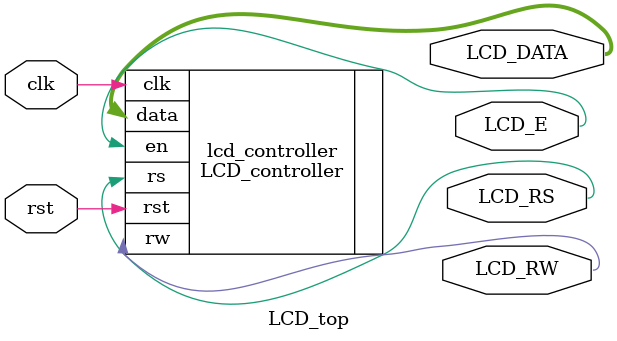
<source format=v>
`timescale 1ns / 1ps

module LCD_top (
    input clk,
    input rst,
    output [7:0] LCD_DATA,
    output LCD_RS,
    output LCD_RW,
    output LCD_E
);

    LCD_controller #(
        .NUM_COMMANDS(5),
        .NUM_DATA_ALL(32),
        .NUM_DATA_PERLINE(16),
        .DATA_BITS(8),
        .COUNT_MAX(800_000)  // 16 ms con clk 50MHz
    ) lcd_controller (
        .clk(clk),
        .rst(rst),
        .data(LCD_DATA),
        .rs(LCD_RS),
        .rw(LCD_RW),
        .en(LCD_E)
    );

endmodule

</source>
